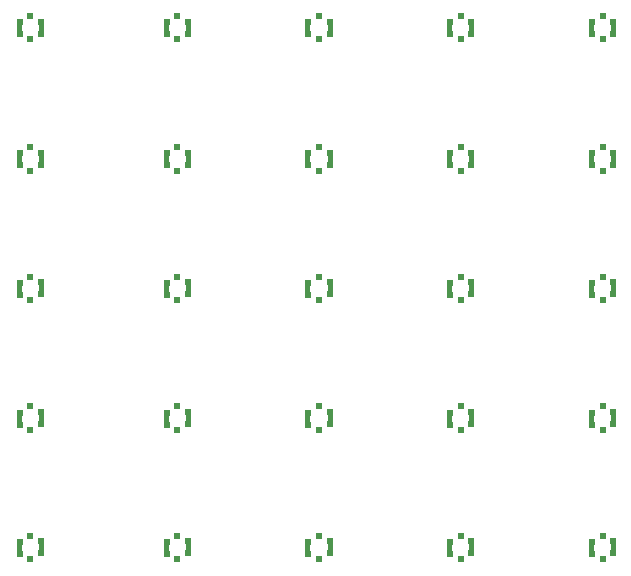
<source format=gtp>
%TF.GenerationSoftware,KiCad,Pcbnew,(6.0.0)*%
%TF.CreationDate,2022-01-23T05:48:29-08:00*%
%TF.ProjectId,headstage-64s-coax-adapter_panel,68656164-7374-4616-9765-2d3634732d63,A*%
%TF.SameCoordinates,Original*%
%TF.FileFunction,Paste,Top*%
%TF.FilePolarity,Positive*%
%FSLAX46Y46*%
G04 Gerber Fmt 4.6, Leading zero omitted, Abs format (unit mm)*
G04 Created by KiCad (PCBNEW (6.0.0)) date 2022-01-23 05:48:29*
%MOMM*%
%LPD*%
G01*
G04 APERTURE LIST*
G04 Aperture macros list*
%AMFreePoly0*
4,1,9,0.200000,-0.700000,-0.316000,-0.700000,-0.316000,-0.220000,-0.236000,-0.140000,-0.236000,0.260000,-0.316000,0.340000,-0.316000,0.824000,0.200000,0.824000,0.200000,-0.700000,0.200000,-0.700000,$1*%
G04 Aperture macros list end*
%ADD10FreePoly0,180.000000*%
%ADD11R,0.500000X0.500000*%
%ADD12FreePoly0,0.000000*%
%ADD13R,0.600000X0.550000*%
G04 APERTURE END LIST*
D10*
%TO.C,J1*%
X170214001Y-65015340D03*
D11*
X171200001Y-64077340D03*
D12*
X172186001Y-65139340D03*
D13*
X171200001Y-66052340D03*
%TD*%
D10*
%TO.C,J1*%
X206214001Y-65015340D03*
D11*
X207200001Y-64077340D03*
D12*
X208186001Y-65139340D03*
D13*
X207200001Y-66052340D03*
%TD*%
D10*
%TO.C,J1*%
X194214001Y-65015340D03*
D11*
X195200001Y-64077340D03*
D12*
X196186001Y-65139340D03*
D13*
X195200001Y-66052340D03*
%TD*%
D10*
%TO.C,J1*%
X157774661Y-65015340D03*
D11*
X158760661Y-64077340D03*
D12*
X159746661Y-65139340D03*
D13*
X158760661Y-66052340D03*
%TD*%
D10*
%TO.C,J1*%
X182214001Y-65015340D03*
D11*
X183200001Y-64077340D03*
D12*
X184186001Y-65139340D03*
D13*
X183200001Y-66052340D03*
%TD*%
D10*
%TO.C,J1*%
X157774661Y-76136661D03*
D11*
X158760661Y-75198661D03*
D12*
X159746661Y-76260661D03*
D13*
X158760661Y-77173661D03*
%TD*%
D10*
%TO.C,J1*%
X182214001Y-76136661D03*
D11*
X183200001Y-75198661D03*
D12*
X184186001Y-76260661D03*
D13*
X183200001Y-77173661D03*
%TD*%
D10*
%TO.C,J1*%
X194214000Y-87076000D03*
D11*
X195200000Y-86138000D03*
D12*
X196186000Y-87200000D03*
D13*
X195200000Y-88113000D03*
%TD*%
D10*
%TO.C,J1*%
X170214001Y-76136661D03*
D11*
X171200001Y-75198661D03*
D12*
X172186001Y-76260661D03*
D13*
X171200001Y-77173661D03*
%TD*%
D10*
%TO.C,J1*%
X206214001Y-76136661D03*
D11*
X207200001Y-75198661D03*
D12*
X208186001Y-76260661D03*
D13*
X207200001Y-77173661D03*
%TD*%
D10*
%TO.C,J1*%
X206214000Y-87076000D03*
D11*
X207200000Y-86138000D03*
D12*
X208186000Y-87200000D03*
D13*
X207200000Y-88113000D03*
%TD*%
D10*
%TO.C,J1*%
X194214001Y-76136661D03*
D11*
X195200001Y-75198661D03*
D12*
X196186001Y-76260661D03*
D13*
X195200001Y-77173661D03*
%TD*%
D10*
%TO.C,J1*%
X157774660Y-87076000D03*
D11*
X158760660Y-86138000D03*
D12*
X159746660Y-87200000D03*
D13*
X158760660Y-88113000D03*
%TD*%
D10*
%TO.C,J1*%
X182214000Y-87076000D03*
D11*
X183200000Y-86138000D03*
D12*
X184186000Y-87200000D03*
D13*
X183200000Y-88113000D03*
%TD*%
D10*
%TO.C,J1*%
X170214000Y-87076000D03*
D11*
X171200000Y-86138000D03*
D12*
X172186000Y-87200000D03*
D13*
X171200000Y-88113000D03*
%TD*%
D10*
%TO.C,J1*%
X194214000Y-98076001D03*
D11*
X195200000Y-97138001D03*
D12*
X196186000Y-98200001D03*
D13*
X195200000Y-99113001D03*
%TD*%
D10*
%TO.C,J1*%
X206214000Y-98076001D03*
D11*
X207200000Y-97138001D03*
D12*
X208186000Y-98200001D03*
D13*
X207200000Y-99113001D03*
%TD*%
D10*
%TO.C,J1*%
X157774660Y-98076001D03*
D11*
X158760660Y-97138001D03*
D12*
X159746660Y-98200001D03*
D13*
X158760660Y-99113001D03*
%TD*%
D10*
%TO.C,J1*%
X182214000Y-98076001D03*
D11*
X183200000Y-97138001D03*
D12*
X184186000Y-98200001D03*
D13*
X183200000Y-99113001D03*
%TD*%
D10*
%TO.C,J1*%
X170214000Y-98076001D03*
D11*
X171200000Y-97138001D03*
D12*
X172186000Y-98200001D03*
D13*
X171200000Y-99113001D03*
%TD*%
D10*
%TO.C,J1*%
X206213999Y-109015340D03*
D11*
X207199999Y-108077340D03*
D12*
X208185999Y-109139340D03*
D13*
X207199999Y-110052340D03*
%TD*%
D10*
%TO.C,J1*%
X194213999Y-109015340D03*
D11*
X195199999Y-108077340D03*
D12*
X196185999Y-109139340D03*
D13*
X195199999Y-110052340D03*
%TD*%
D10*
%TO.C,J1*%
X182213999Y-109015340D03*
D11*
X183199999Y-108077340D03*
D12*
X184185999Y-109139340D03*
D13*
X183199999Y-110052340D03*
%TD*%
D10*
%TO.C,J1*%
X170213999Y-109015340D03*
D11*
X171199999Y-108077340D03*
D12*
X172185999Y-109139340D03*
D13*
X171199999Y-110052340D03*
%TD*%
D10*
%TO.C,J1*%
X157774659Y-109015340D03*
D11*
X158760659Y-108077340D03*
D12*
X159746659Y-109139340D03*
D13*
X158760659Y-110052340D03*
%TD*%
M02*

</source>
